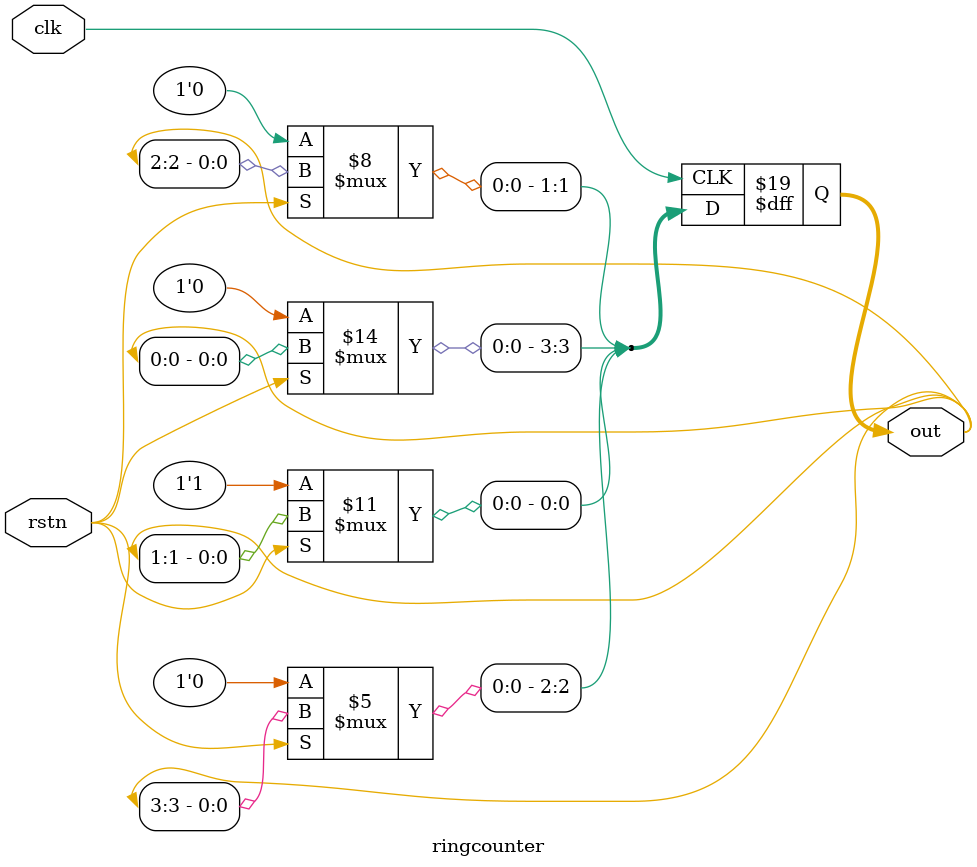
<source format=v>

module ringcounter (
input clk,
input rstn,
output reg [3:0] out
);
integer i;
always @(posedge clk) begin
	if (!rstn)
		out<=1;
	else begin
		out[3]<=out[0];
	for (i=0 ; i<3 ; i=i+1) begin
		out[i]<=out[i+1];
	end
	end
end
endmodule
</source>
